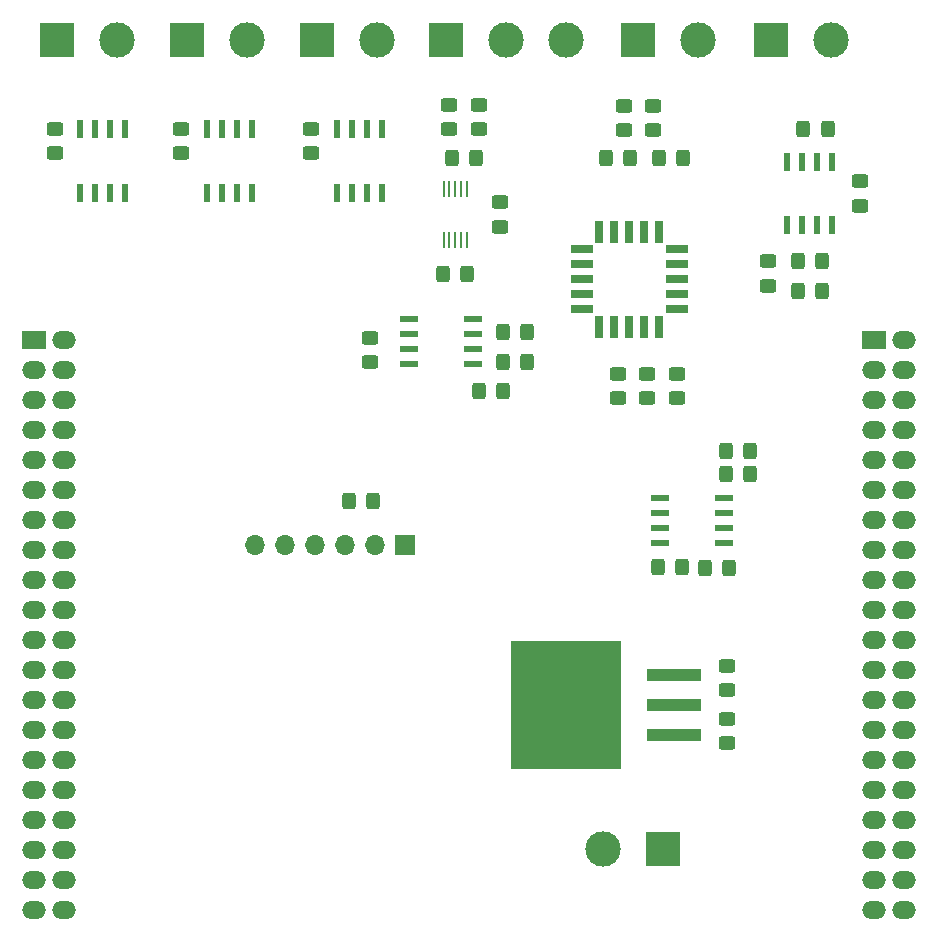
<source format=gts>
G04 #@! TF.GenerationSoftware,KiCad,Pcbnew,(6.0.1)*
G04 #@! TF.CreationDate,2022-01-24T21:39:17-03:00*
G04 #@! TF.ProjectId,ice-adq,6963652d-6164-4712-9e6b-696361645f70,1.0*
G04 #@! TF.SameCoordinates,Original*
G04 #@! TF.FileFunction,Soldermask,Top*
G04 #@! TF.FilePolarity,Negative*
%FSLAX46Y46*%
G04 Gerber Fmt 4.6, Leading zero omitted, Abs format (unit mm)*
G04 Created by KiCad (PCBNEW (6.0.1)) date 2022-01-24 21:39:17*
%MOMM*%
%LPD*%
G01*
G04 APERTURE LIST*
G04 Aperture macros list*
%AMRoundRect*
0 Rectangle with rounded corners*
0 $1 Rounding radius*
0 $2 $3 $4 $5 $6 $7 $8 $9 X,Y pos of 4 corners*
0 Add a 4 corners polygon primitive as box body*
4,1,4,$2,$3,$4,$5,$6,$7,$8,$9,$2,$3,0*
0 Add four circle primitives for the rounded corners*
1,1,$1+$1,$2,$3*
1,1,$1+$1,$4,$5*
1,1,$1+$1,$6,$7*
1,1,$1+$1,$8,$9*
0 Add four rect primitives between the rounded corners*
20,1,$1+$1,$2,$3,$4,$5,0*
20,1,$1+$1,$4,$5,$6,$7,0*
20,1,$1+$1,$6,$7,$8,$9,0*
20,1,$1+$1,$8,$9,$2,$3,0*%
G04 Aperture macros list end*
%ADD10R,2.000000X1.524000*%
%ADD11O,2.000000X1.524000*%
%ADD12RoundRect,0.250000X0.450000X-0.325000X0.450000X0.325000X-0.450000X0.325000X-0.450000X-0.325000X0*%
%ADD13RoundRect,0.250000X-0.325000X-0.450000X0.325000X-0.450000X0.325000X0.450000X-0.325000X0.450000X0*%
%ADD14RoundRect,0.250000X-0.450000X0.325000X-0.450000X-0.325000X0.450000X-0.325000X0.450000X0.325000X0*%
%ADD15RoundRect,0.250000X0.325000X0.450000X-0.325000X0.450000X-0.325000X-0.450000X0.325000X-0.450000X0*%
%ADD16R,3.000000X3.000000*%
%ADD17C,3.000000*%
%ADD18R,0.600000X1.550000*%
%ADD19R,1.550000X0.600000*%
%ADD20R,0.280000X1.400000*%
%ADD21R,1.925000X0.700000*%
%ADD22R,0.700000X1.925000*%
%ADD23R,1.700000X1.700000*%
%ADD24O,1.700000X1.700000*%
%ADD25R,4.600000X1.100000*%
%ADD26R,9.400000X10.800000*%
G04 APERTURE END LIST*
D10*
X141715001Y-138095001D03*
D11*
X144255001Y-138095001D03*
X141715001Y-150795001D03*
X144255001Y-140635001D03*
X141715001Y-153335001D03*
X144255001Y-143175001D03*
X141715001Y-155875001D03*
X144255001Y-145715001D03*
X141715001Y-158415001D03*
X144255001Y-148255001D03*
X141715001Y-160955001D03*
X144255001Y-150795001D03*
X141715001Y-163495001D03*
X144255001Y-153335001D03*
X141715001Y-166035001D03*
X144255001Y-155875001D03*
X141715001Y-168575001D03*
X144255001Y-158415001D03*
X141715001Y-171115001D03*
X144255001Y-160955001D03*
X141715001Y-173655001D03*
X144255001Y-163495001D03*
X141715001Y-176195001D03*
X144255001Y-166035001D03*
X144255001Y-168575001D03*
X141715001Y-178735001D03*
X144255001Y-171115001D03*
X144255001Y-176195001D03*
X144255001Y-178735001D03*
X144255001Y-181275001D03*
X144255001Y-183815001D03*
X141715001Y-181275001D03*
X141715001Y-183815001D03*
X141715001Y-140635001D03*
X141715001Y-143175001D03*
X141715001Y-145715001D03*
X141715001Y-148255001D03*
X141715001Y-186355001D03*
X144255001Y-186355001D03*
X144255001Y-173655001D03*
D10*
X70595001Y-138095001D03*
D11*
X73135001Y-138095001D03*
X70595001Y-140635001D03*
X73135001Y-140635001D03*
X70595001Y-143175001D03*
X73135001Y-143175001D03*
X70595001Y-145715001D03*
X73135001Y-145715001D03*
X70595001Y-148255001D03*
X73135001Y-148255001D03*
X70595001Y-150795001D03*
X73135001Y-150795001D03*
X70595001Y-153335001D03*
X73135001Y-153335001D03*
X70595001Y-155875001D03*
X73135001Y-155875001D03*
X70595001Y-158415001D03*
X73135001Y-158415001D03*
X70595001Y-160955001D03*
X73135001Y-160955001D03*
X70595001Y-163495001D03*
X73135001Y-163495001D03*
X70595001Y-166035001D03*
X73135001Y-166035001D03*
X70595001Y-168575001D03*
X73135001Y-168575001D03*
X70595001Y-171115001D03*
X73135001Y-171115001D03*
X70595001Y-173655001D03*
X73135001Y-173655001D03*
X70595001Y-176195001D03*
X73135001Y-176195001D03*
X70595001Y-178735001D03*
X73135001Y-178735001D03*
X70595001Y-181275001D03*
X73135001Y-181275001D03*
X70595001Y-183815001D03*
X73135001Y-183815001D03*
X70595001Y-186355001D03*
X73135001Y-186355001D03*
D12*
X94000000Y-122275000D03*
X94000000Y-120225000D03*
X72361208Y-120225000D03*
X72361208Y-122275000D03*
X83000000Y-120225000D03*
X83000000Y-122275000D03*
D13*
X118975000Y-122759266D03*
X121025000Y-122759266D03*
X125525000Y-122759266D03*
X123475000Y-122759266D03*
D14*
X122500000Y-140975000D03*
X122500000Y-143025000D03*
X120000000Y-140975000D03*
X120000000Y-143025000D03*
D13*
X112319021Y-137486867D03*
X110269021Y-137486867D03*
D12*
X99044021Y-140011867D03*
X99044021Y-137961867D03*
D15*
X105978722Y-122730894D03*
X108028722Y-122730894D03*
D12*
X140503722Y-126755894D03*
X140503722Y-124705894D03*
D13*
X135228722Y-133980894D03*
X137278722Y-133980894D03*
D15*
X97225000Y-151750000D03*
X99275000Y-151750000D03*
D14*
X129250000Y-165725000D03*
X129250000Y-167775000D03*
D12*
X110000000Y-126475000D03*
X110000000Y-128525000D03*
D16*
X94500000Y-112753661D03*
D17*
X99580000Y-112753661D03*
X88580000Y-112753661D03*
D16*
X83500000Y-112753661D03*
D17*
X77580000Y-112750000D03*
D16*
X72500000Y-112750000D03*
X121750000Y-112750000D03*
D17*
X126830000Y-112750000D03*
D16*
X105503722Y-112750000D03*
D17*
X110583722Y-112750000D03*
X115663722Y-112750000D03*
X138080000Y-112750000D03*
D16*
X133000000Y-112750000D03*
X123800000Y-181200000D03*
D17*
X118720000Y-181200000D03*
D12*
X120500000Y-118307149D03*
X120500000Y-120357149D03*
X123018488Y-120357149D03*
X123018488Y-118307149D03*
D14*
X125000000Y-140975000D03*
X125000000Y-143025000D03*
D15*
X112319021Y-139986867D03*
X110269021Y-139986867D03*
X108269021Y-142486867D03*
X110319021Y-142486867D03*
X105225000Y-132500000D03*
X107275000Y-132500000D03*
D14*
X108250000Y-120275000D03*
X108250000Y-118225000D03*
X105750000Y-118225000D03*
X105750000Y-120275000D03*
D15*
X137775000Y-120230894D03*
X135725000Y-120230894D03*
D12*
X132750000Y-131475000D03*
X132750000Y-133525000D03*
D15*
X137278722Y-131480894D03*
X135228722Y-131480894D03*
D18*
X100016208Y-120303661D03*
X98746208Y-120303661D03*
X97476208Y-120303661D03*
X96206208Y-120303661D03*
X96206208Y-125703661D03*
X97476208Y-125703661D03*
X98746208Y-125703661D03*
X100016208Y-125703661D03*
X89016208Y-125703661D03*
X87746208Y-125703661D03*
X86476208Y-125703661D03*
X85206208Y-125703661D03*
X85206208Y-120303661D03*
X86476208Y-120303661D03*
X87746208Y-120303661D03*
X89016208Y-120303661D03*
X78266208Y-120303661D03*
X76996208Y-120303661D03*
X75726208Y-120303661D03*
X74456208Y-120303661D03*
X74456208Y-125703661D03*
X75726208Y-125703661D03*
X76996208Y-125703661D03*
X78266208Y-125703661D03*
D19*
X102344021Y-140141867D03*
X102344021Y-138871867D03*
X102344021Y-137601867D03*
X102344021Y-136331867D03*
X107744021Y-136331867D03*
X107744021Y-137601867D03*
X107744021Y-138871867D03*
X107744021Y-140141867D03*
D20*
X107253722Y-129620894D03*
X106753722Y-129620894D03*
X106253722Y-129620894D03*
X105753722Y-129620894D03*
X105253722Y-129620894D03*
X105253722Y-125340894D03*
X105753722Y-125340894D03*
X106253722Y-125340894D03*
X106753722Y-125340894D03*
X107253722Y-125340894D03*
D18*
X138158722Y-123030894D03*
X136888722Y-123030894D03*
X135618722Y-123030894D03*
X134348722Y-123030894D03*
X134348722Y-128430894D03*
X135618722Y-128430894D03*
X136888722Y-128430894D03*
X138158722Y-128430894D03*
D21*
X125052500Y-133000000D03*
X125052500Y-131730000D03*
X125052500Y-130460000D03*
X125052500Y-134270000D03*
X125052500Y-135540000D03*
D22*
X123540000Y-128947500D03*
X122270000Y-128947500D03*
X121000000Y-128947500D03*
X119730000Y-128947500D03*
X118460000Y-128947500D03*
D21*
X116947500Y-130460000D03*
X116947500Y-131730000D03*
X116947500Y-133000000D03*
X116947500Y-134270000D03*
X116947500Y-135540000D03*
D22*
X118460000Y-137052500D03*
X119730000Y-137052500D03*
X121000000Y-137052500D03*
X122270000Y-137052500D03*
X123540000Y-137052500D03*
D13*
X123425000Y-157359203D03*
X125475000Y-157359203D03*
D15*
X129175000Y-147500000D03*
X131225000Y-147500000D03*
X129425000Y-157400000D03*
X127375000Y-157400000D03*
X129175000Y-149500000D03*
X131225000Y-149500000D03*
D19*
X129016403Y-155289202D03*
X129016403Y-154019202D03*
X129016403Y-152749202D03*
X129016403Y-151479202D03*
X123616403Y-151479202D03*
X123616403Y-152749202D03*
X123616403Y-154019202D03*
X123616403Y-155289202D03*
D12*
X129250000Y-172275000D03*
X129250000Y-170225000D03*
D23*
X102000000Y-155500000D03*
D24*
X99460000Y-155500000D03*
X96920000Y-155500000D03*
X94380000Y-155500000D03*
X91840000Y-155500000D03*
X89300000Y-155500000D03*
D25*
X124775000Y-171540000D03*
X124775000Y-169000000D03*
X124775000Y-166460000D03*
D26*
X115625000Y-169000000D03*
M02*

</source>
